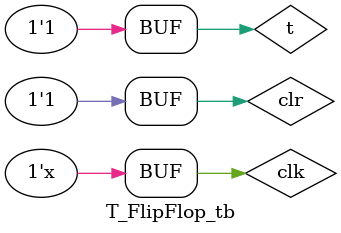
<source format=v>
`timescale 1ns / 1ps
module T_FlipFlop(t,clk,clr,q,qn);
input t,clk,clr;
output reg q;
output reg qn;
always@(posedge clk,negedge clr)
if(clr==0)begin
q<=0;
qn<=1;
end
else begin
q<=q^t;
qn<=~(q^t);
end
endmodule

module T_FlipFlop_tb();
reg t,clk,clr;
wire q,qn;
T_FlipFlop UUT(.t(t),.clk(clk),.clr(clr),.q(q),.qn(qn));
initial begin
clk = 0;
clr = 0;t = 0; #10;
clr = 1; t = 0; #10;
clr = 0; t = 1; #10;
clr = 1; t = 1; #10;
end
always #10 clk=~clk;
endmodule

</source>
